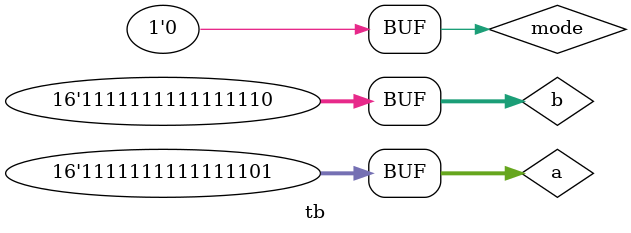
<source format=v>

module adder_subtractor(mode,a,b,s,cout);
input [15:0]a,b;
input mode; //add= 0; sub = 1;
output [15:0]s;
output  cout;

wire [15:0] opr_2;

assign opr_2 = (mode)?~b:b;
wire [14:0]c;

fa f0(a[0],opr_2[0],mode,s[0],c[0]);
fa f1(a[1],opr_2[1],c[0],s[1],c[1]);
fa f2(a[2],opr_2[2],c[1],s[2],c[2]);
fa f3(a[3],opr_2[3],c[2],s[3],c[3]);
fa f4(a[4],opr_2[4],c[3],s[4],c[4]);
fa f5(a[5],opr_2[5],c[4],s[5],c[5]);
fa f6(a[6],opr_2[6],c[5],s[6],c[6]);
fa f7(a[7],opr_2[7],c[6],s[7],c[7]);
fa f8(a[8],opr_2[8],c[7],s[8],c[8]);
fa f9(a[9],opr_2[9],c[8],s[9],c[9]);
fa f10(a[10],opr_2[10],c[9],s[10],c[10]);
fa f11(a[11],opr_2[11],c[10],s[11],c[11]);
fa f12(a[12],opr_2[12],c[11],s[12],c[12]);
fa f13(a[13],opr_2[13],c[12],s[13],c[13]);
fa f14(a[14],opr_2[14],c[13],s[14],c[14]);
fa f15(a[15],opr_2[15],c[14],s[15],cout);
	
endmodule

module fa(a,b,cin,s,cout);
input a,b,cin;
output s,cout;

assign s = a^b^cin;
assign cout = a&b | b&cin | cin&a;
endmodule
module tb;
	wire cout;
	wire [15:0]s;
	reg [15:0]a,b;
	reg mode;
	
adder_subtractor a0(mode,a,b,s,cout);

initial begin
	a = -3;b = -2; mode = 0;
#1	
	a = -3;b = 2; mode = 1;
#1	
	a = 3;b = -2; mode = 1;
#1	
	a = 3;b = 2; mode = 0;
#1	
	a = 3;b = 2; mode = 1;
#1	
	a = -3;b = -2; mode = 0;
#1	
	a = -3;b = -2; mode = 0;
#1	
	a = -3;b = -2; mode = 0;
end
endmodule

</source>
